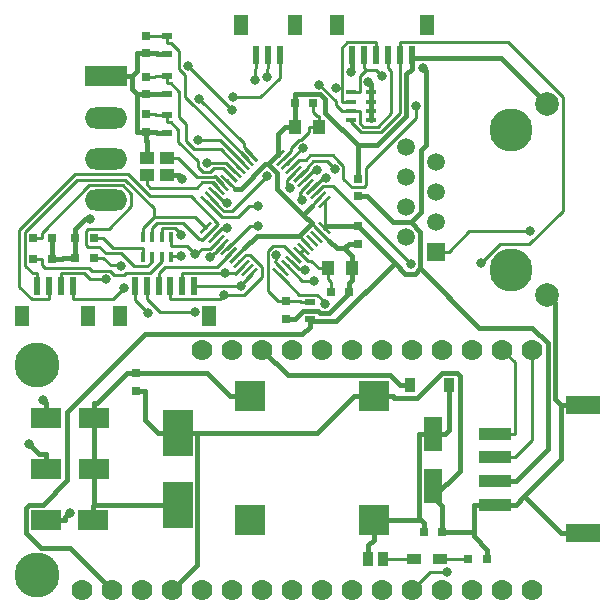
<source format=gbr>
G04 #@! TF.GenerationSoftware,KiCad,Pcbnew,(2017-06-19 revision 6733101c6)-makepkg*
G04 #@! TF.CreationDate,2017-07-31T00:47:17+09:30*
G04 #@! TF.ProjectId,ATM90E3x_fw,41544D39304533785F66772E6B696361,rev?*
G04 #@! TF.SameCoordinates,Original
G04 #@! TF.FileFunction,Copper,L1,Top,Signal*
G04 #@! TF.FilePolarity,Positive*
%FSLAX46Y46*%
G04 Gerber Fmt 4.6, Leading zero omitted, Abs format (unit mm)*
G04 Created by KiCad (PCBNEW (2017-06-19 revision 6733101c6)-makepkg) date 07/31/17 00:47:17*
%MOMM*%
%LPD*%
G01*
G04 APERTURE LIST*
%ADD10C,0.100000*%
%ADD11O,3.600000X1.800000*%
%ADD12R,3.600000X1.800000*%
%ADD13R,1.200000X1.800000*%
%ADD14R,0.600000X1.550000*%
%ADD15R,1.000000X1.250000*%
%ADD16R,2.500000X1.800000*%
%ADD17R,2.999740X1.498600*%
%ADD18R,2.738120X1.008380*%
%ADD19R,1.600000X3.000000*%
%ADD20R,2.500000X4.000000*%
%ADD21R,0.800000X0.750000*%
%ADD22R,0.750000X0.800000*%
%ADD23R,0.970000X1.270000*%
%ADD24C,2.000000*%
%ADD25C,3.650000*%
%ADD26R,1.500000X1.500000*%
%ADD27C,1.500000*%
%ADD28R,0.900000X0.400000*%
%ADD29R,0.900000X1.200000*%
%ADD30R,0.800000X0.800000*%
%ADD31R,1.200000X0.900000*%
%ADD32R,0.400000X0.900000*%
%ADD33C,1.778000*%
%ADD34C,3.810000*%
%ADD35R,1.150000X1.000000*%
%ADD36R,0.900000X0.500000*%
%ADD37R,2.500000X2.500000*%
%ADD38C,0.250000*%
%ADD39C,0.800000*%
%ADD40C,0.250000*%
%ADD41C,0.249800*%
%ADD42C,0.400000*%
G04 APERTURE END LIST*
D10*
D11*
X115316000Y-57236000D03*
X115316000Y-53736000D03*
X115316000Y-50236000D03*
D12*
X115316000Y-46736000D03*
D13*
X108192000Y-67041000D03*
X113792000Y-67041000D03*
D14*
X109492000Y-64516000D03*
X110492000Y-64516000D03*
X111492000Y-64516000D03*
X112492000Y-64516000D03*
X122779000Y-64531000D03*
X121779000Y-64531000D03*
X120779000Y-64531000D03*
X119779000Y-64531000D03*
X118779000Y-64531000D03*
X117779000Y-64531000D03*
D13*
X124079000Y-67056000D03*
X116479000Y-67056000D03*
X142494000Y-42418000D03*
X134894000Y-42418000D03*
D14*
X141194000Y-44943000D03*
X140194000Y-44943000D03*
X139194000Y-44943000D03*
X138194000Y-44943000D03*
X137194000Y-44943000D03*
X136194000Y-44943000D03*
D13*
X131318000Y-42418000D03*
X126718000Y-42418000D03*
D14*
X130018000Y-44943000D03*
X129018000Y-44943000D03*
X128018000Y-44943000D03*
D15*
X134144000Y-62992000D03*
X136144000Y-62992000D03*
X131350000Y-51054000D03*
X133350000Y-51054000D03*
D16*
X114236000Y-84328000D03*
X110236000Y-84328000D03*
X114268000Y-80010000D03*
X110268000Y-80010000D03*
X114268000Y-75692000D03*
X110268000Y-75692000D03*
D17*
X155735020Y-85407500D03*
X155735020Y-74609960D03*
D18*
X148236940Y-83009740D03*
X148236940Y-81008220D03*
X148236940Y-79011780D03*
X148236940Y-77010260D03*
D19*
X143002000Y-77048000D03*
X143002000Y-81448000D03*
D20*
X121412000Y-83060000D03*
X121412000Y-76960000D03*
D21*
X142252000Y-85344000D03*
X143752000Y-85344000D03*
D22*
X117856000Y-71894000D03*
X117856000Y-73394000D03*
D23*
X138816000Y-87630000D03*
X137536000Y-87630000D03*
D24*
X152656000Y-65279000D03*
X152656000Y-49089000D03*
D25*
X149606000Y-51249000D03*
X149606000Y-63119000D03*
D26*
X143256000Y-61629000D03*
D27*
X140716000Y-60359000D03*
X143256000Y-59089000D03*
X140716000Y-57819000D03*
X143256000Y-56549000D03*
X140716000Y-55279000D03*
X143256000Y-54009000D03*
X140716000Y-52739000D03*
D28*
X137756000Y-49676000D03*
X137756000Y-48876000D03*
X137756000Y-50476000D03*
X137756000Y-48076000D03*
X136056000Y-50476000D03*
X136056000Y-49676000D03*
X136056000Y-48876000D03*
X136056000Y-48076000D03*
D29*
X141098000Y-72898000D03*
X144398000Y-72898000D03*
D30*
X146012000Y-87630000D03*
X147612000Y-87630000D03*
D31*
X141394000Y-87630000D03*
X143594000Y-87630000D03*
D32*
X120034000Y-60364000D03*
X119234000Y-60364000D03*
X120834000Y-60364000D03*
X118434000Y-60364000D03*
X120834000Y-62064000D03*
X120034000Y-62064000D03*
X119234000Y-62064000D03*
X118434000Y-62064000D03*
D33*
X113335000Y-90220800D03*
X115875000Y-90220800D03*
X118415000Y-90220800D03*
X120955000Y-90220800D03*
X123495000Y-90220800D03*
X126035000Y-90220800D03*
X128575000Y-90220800D03*
X131115000Y-90220800D03*
X133655000Y-90220800D03*
X136195000Y-90220800D03*
X138735000Y-90220800D03*
X141275000Y-90220800D03*
X143815000Y-90220800D03*
X146355000Y-90220800D03*
X148895000Y-90220800D03*
X151435000Y-90220800D03*
X151435000Y-69900800D03*
X148895000Y-69900800D03*
X146355000Y-69900800D03*
X143815000Y-69900800D03*
X141275000Y-69900800D03*
X138735000Y-69900800D03*
X136195000Y-69900800D03*
X133655000Y-69900800D03*
X131115000Y-69900800D03*
X128575000Y-69900800D03*
X126035000Y-69900800D03*
X123495000Y-69900800D03*
D34*
X109525000Y-71170800D03*
X109525000Y-88950800D03*
D21*
X131342000Y-49022000D03*
X132842000Y-49022000D03*
D22*
X118745000Y-44807000D03*
X118745000Y-43307000D03*
X136652000Y-60936000D03*
X136652000Y-59436000D03*
D21*
X134378000Y-65024000D03*
X135878000Y-65024000D03*
D22*
X130556000Y-65786000D03*
X130556000Y-67286000D03*
X118745000Y-51435000D03*
X118745000Y-49935000D03*
X136652000Y-56896000D03*
X136652000Y-55396000D03*
X118745000Y-48260000D03*
X118745000Y-46760000D03*
D35*
X120509000Y-53656000D03*
X118759000Y-53656000D03*
X118759000Y-55056000D03*
X120509000Y-55056000D03*
D36*
X120523000Y-43331000D03*
X120523000Y-44831000D03*
X120523000Y-46736000D03*
X120523000Y-48236000D03*
X132588000Y-67310000D03*
X132588000Y-65810000D03*
X120523000Y-50038000D03*
X120523000Y-51538000D03*
D37*
X127492000Y-84344000D03*
X137992000Y-84344000D03*
X137992000Y-73844000D03*
X127492000Y-73844000D03*
D30*
X114338000Y-60452000D03*
X112738000Y-60452000D03*
X109182000Y-60452000D03*
X110782000Y-60452000D03*
X109182000Y-62230000D03*
X110782000Y-62230000D03*
X114338000Y-62103000D03*
X112738000Y-62103000D03*
D38*
X133831458Y-57311429D03*
D10*
G36*
X134202689Y-56763421D02*
X134379466Y-56940198D01*
X133460227Y-57859437D01*
X133283450Y-57682660D01*
X134202689Y-56763421D01*
X134202689Y-56763421D01*
G37*
D38*
X133477905Y-56957876D03*
D10*
G36*
X133849136Y-56409868D02*
X134025913Y-56586645D01*
X133106674Y-57505884D01*
X132929897Y-57329107D01*
X133849136Y-56409868D01*
X133849136Y-56409868D01*
G37*
D38*
X133124351Y-56604322D03*
D10*
G36*
X133495582Y-56056314D02*
X133672359Y-56233091D01*
X132753120Y-57152330D01*
X132576343Y-56975553D01*
X133495582Y-56056314D01*
X133495582Y-56056314D01*
G37*
D38*
X132770798Y-56250769D03*
D10*
G36*
X133142029Y-55702761D02*
X133318806Y-55879538D01*
X132399567Y-56798777D01*
X132222790Y-56622000D01*
X133142029Y-55702761D01*
X133142029Y-55702761D01*
G37*
D38*
X132417245Y-55897216D03*
D10*
G36*
X132788476Y-55349208D02*
X132965253Y-55525985D01*
X132046014Y-56445224D01*
X131869237Y-56268447D01*
X132788476Y-55349208D01*
X132788476Y-55349208D01*
G37*
D38*
X132063691Y-55543662D03*
D10*
G36*
X132434922Y-54995654D02*
X132611699Y-55172431D01*
X131692460Y-56091670D01*
X131515683Y-55914893D01*
X132434922Y-54995654D01*
X132434922Y-54995654D01*
G37*
D38*
X131710138Y-55190109D03*
D10*
G36*
X132081369Y-54642101D02*
X132258146Y-54818878D01*
X131338907Y-55738117D01*
X131162130Y-55561340D01*
X132081369Y-54642101D01*
X132081369Y-54642101D01*
G37*
D38*
X131356584Y-54836555D03*
D10*
G36*
X131727815Y-54288547D02*
X131904592Y-54465324D01*
X130985353Y-55384563D01*
X130808576Y-55207786D01*
X131727815Y-54288547D01*
X131727815Y-54288547D01*
G37*
D38*
X131003031Y-54483002D03*
D10*
G36*
X131374262Y-53934994D02*
X131551039Y-54111771D01*
X130631800Y-55031010D01*
X130455023Y-54854233D01*
X131374262Y-53934994D01*
X131374262Y-53934994D01*
G37*
D38*
X130649478Y-54129449D03*
D10*
G36*
X131020709Y-53581441D02*
X131197486Y-53758218D01*
X130278247Y-54677457D01*
X130101470Y-54500680D01*
X131020709Y-53581441D01*
X131020709Y-53581441D01*
G37*
D38*
X130295924Y-53775895D03*
D10*
G36*
X130667155Y-53227887D02*
X130843932Y-53404664D01*
X129924693Y-54323903D01*
X129747916Y-54147126D01*
X130667155Y-53227887D01*
X130667155Y-53227887D01*
G37*
D38*
X129942371Y-53422342D03*
D10*
G36*
X130313602Y-52874334D02*
X130490379Y-53051111D01*
X129571140Y-53970350D01*
X129394363Y-53793573D01*
X130313602Y-52874334D01*
X130313602Y-52874334D01*
G37*
D38*
X127679629Y-53422342D03*
D10*
G36*
X127131621Y-53051111D02*
X127308398Y-52874334D01*
X128227637Y-53793573D01*
X128050860Y-53970350D01*
X127131621Y-53051111D01*
X127131621Y-53051111D01*
G37*
D38*
X127326076Y-53775895D03*
D10*
G36*
X126778068Y-53404664D02*
X126954845Y-53227887D01*
X127874084Y-54147126D01*
X127697307Y-54323903D01*
X126778068Y-53404664D01*
X126778068Y-53404664D01*
G37*
D38*
X126972522Y-54129449D03*
D10*
G36*
X126424514Y-53758218D02*
X126601291Y-53581441D01*
X127520530Y-54500680D01*
X127343753Y-54677457D01*
X126424514Y-53758218D01*
X126424514Y-53758218D01*
G37*
D38*
X126618969Y-54483002D03*
D10*
G36*
X126070961Y-54111771D02*
X126247738Y-53934994D01*
X127166977Y-54854233D01*
X126990200Y-55031010D01*
X126070961Y-54111771D01*
X126070961Y-54111771D01*
G37*
D38*
X126265416Y-54836555D03*
D10*
G36*
X125717408Y-54465324D02*
X125894185Y-54288547D01*
X126813424Y-55207786D01*
X126636647Y-55384563D01*
X125717408Y-54465324D01*
X125717408Y-54465324D01*
G37*
D38*
X125911862Y-55190109D03*
D10*
G36*
X125363854Y-54818878D02*
X125540631Y-54642101D01*
X126459870Y-55561340D01*
X126283093Y-55738117D01*
X125363854Y-54818878D01*
X125363854Y-54818878D01*
G37*
D38*
X125558309Y-55543662D03*
D10*
G36*
X125010301Y-55172431D02*
X125187078Y-54995654D01*
X126106317Y-55914893D01*
X125929540Y-56091670D01*
X125010301Y-55172431D01*
X125010301Y-55172431D01*
G37*
D38*
X125204755Y-55897216D03*
D10*
G36*
X124656747Y-55525985D02*
X124833524Y-55349208D01*
X125752763Y-56268447D01*
X125575986Y-56445224D01*
X124656747Y-55525985D01*
X124656747Y-55525985D01*
G37*
D38*
X124851202Y-56250769D03*
D10*
G36*
X124303194Y-55879538D02*
X124479971Y-55702761D01*
X125399210Y-56622000D01*
X125222433Y-56798777D01*
X124303194Y-55879538D01*
X124303194Y-55879538D01*
G37*
D38*
X124497649Y-56604322D03*
D10*
G36*
X123949641Y-56233091D02*
X124126418Y-56056314D01*
X125045657Y-56975553D01*
X124868880Y-57152330D01*
X123949641Y-56233091D01*
X123949641Y-56233091D01*
G37*
D38*
X124144095Y-56957876D03*
D10*
G36*
X123596087Y-56586645D02*
X123772864Y-56409868D01*
X124692103Y-57329107D01*
X124515326Y-57505884D01*
X123596087Y-56586645D01*
X123596087Y-56586645D01*
G37*
D38*
X123790542Y-57311429D03*
D10*
G36*
X123242534Y-56940198D02*
X123419311Y-56763421D01*
X124338550Y-57682660D01*
X124161773Y-57859437D01*
X123242534Y-56940198D01*
X123242534Y-56940198D01*
G37*
D38*
X123790542Y-59574171D03*
D10*
G36*
X124161773Y-59026163D02*
X124338550Y-59202940D01*
X123419311Y-60122179D01*
X123242534Y-59945402D01*
X124161773Y-59026163D01*
X124161773Y-59026163D01*
G37*
D38*
X124144095Y-59927724D03*
D10*
G36*
X124515326Y-59379716D02*
X124692103Y-59556493D01*
X123772864Y-60475732D01*
X123596087Y-60298955D01*
X124515326Y-59379716D01*
X124515326Y-59379716D01*
G37*
D38*
X124497649Y-60281278D03*
D10*
G36*
X124868880Y-59733270D02*
X125045657Y-59910047D01*
X124126418Y-60829286D01*
X123949641Y-60652509D01*
X124868880Y-59733270D01*
X124868880Y-59733270D01*
G37*
D38*
X124851202Y-60634831D03*
D10*
G36*
X125222433Y-60086823D02*
X125399210Y-60263600D01*
X124479971Y-61182839D01*
X124303194Y-61006062D01*
X125222433Y-60086823D01*
X125222433Y-60086823D01*
G37*
D38*
X125204755Y-60988384D03*
D10*
G36*
X125575986Y-60440376D02*
X125752763Y-60617153D01*
X124833524Y-61536392D01*
X124656747Y-61359615D01*
X125575986Y-60440376D01*
X125575986Y-60440376D01*
G37*
D38*
X125558309Y-61341938D03*
D10*
G36*
X125929540Y-60793930D02*
X126106317Y-60970707D01*
X125187078Y-61889946D01*
X125010301Y-61713169D01*
X125929540Y-60793930D01*
X125929540Y-60793930D01*
G37*
D38*
X125911862Y-61695491D03*
D10*
G36*
X126283093Y-61147483D02*
X126459870Y-61324260D01*
X125540631Y-62243499D01*
X125363854Y-62066722D01*
X126283093Y-61147483D01*
X126283093Y-61147483D01*
G37*
D38*
X126265416Y-62049045D03*
D10*
G36*
X126636647Y-61501037D02*
X126813424Y-61677814D01*
X125894185Y-62597053D01*
X125717408Y-62420276D01*
X126636647Y-61501037D01*
X126636647Y-61501037D01*
G37*
D38*
X126618969Y-62402598D03*
D10*
G36*
X126990200Y-61854590D02*
X127166977Y-62031367D01*
X126247738Y-62950606D01*
X126070961Y-62773829D01*
X126990200Y-61854590D01*
X126990200Y-61854590D01*
G37*
D38*
X126972522Y-62756151D03*
D10*
G36*
X127343753Y-62208143D02*
X127520530Y-62384920D01*
X126601291Y-63304159D01*
X126424514Y-63127382D01*
X127343753Y-62208143D01*
X127343753Y-62208143D01*
G37*
D38*
X127326076Y-63109705D03*
D10*
G36*
X127697307Y-62561697D02*
X127874084Y-62738474D01*
X126954845Y-63657713D01*
X126778068Y-63480936D01*
X127697307Y-62561697D01*
X127697307Y-62561697D01*
G37*
D38*
X127679629Y-63463258D03*
D10*
G36*
X128050860Y-62915250D02*
X128227637Y-63092027D01*
X127308398Y-64011266D01*
X127131621Y-63834489D01*
X128050860Y-62915250D01*
X128050860Y-62915250D01*
G37*
D38*
X129942371Y-63463258D03*
D10*
G36*
X129394363Y-63092027D02*
X129571140Y-62915250D01*
X130490379Y-63834489D01*
X130313602Y-64011266D01*
X129394363Y-63092027D01*
X129394363Y-63092027D01*
G37*
D38*
X130295924Y-63109705D03*
D10*
G36*
X129747916Y-62738474D02*
X129924693Y-62561697D01*
X130843932Y-63480936D01*
X130667155Y-63657713D01*
X129747916Y-62738474D01*
X129747916Y-62738474D01*
G37*
D38*
X130649478Y-62756151D03*
D10*
G36*
X130101470Y-62384920D02*
X130278247Y-62208143D01*
X131197486Y-63127382D01*
X131020709Y-63304159D01*
X130101470Y-62384920D01*
X130101470Y-62384920D01*
G37*
D38*
X131003031Y-62402598D03*
D10*
G36*
X130455023Y-62031367D02*
X130631800Y-61854590D01*
X131551039Y-62773829D01*
X131374262Y-62950606D01*
X130455023Y-62031367D01*
X130455023Y-62031367D01*
G37*
D38*
X131356584Y-62049045D03*
D10*
G36*
X130808576Y-61677814D02*
X130985353Y-61501037D01*
X131904592Y-62420276D01*
X131727815Y-62597053D01*
X130808576Y-61677814D01*
X130808576Y-61677814D01*
G37*
D38*
X131710138Y-61695491D03*
D10*
G36*
X131162130Y-61324260D02*
X131338907Y-61147483D01*
X132258146Y-62066722D01*
X132081369Y-62243499D01*
X131162130Y-61324260D01*
X131162130Y-61324260D01*
G37*
D38*
X132063691Y-61341938D03*
D10*
G36*
X131515683Y-60970707D02*
X131692460Y-60793930D01*
X132611699Y-61713169D01*
X132434922Y-61889946D01*
X131515683Y-60970707D01*
X131515683Y-60970707D01*
G37*
D38*
X132417245Y-60988384D03*
D10*
G36*
X131869237Y-60617153D02*
X132046014Y-60440376D01*
X132965253Y-61359615D01*
X132788476Y-61536392D01*
X131869237Y-60617153D01*
X131869237Y-60617153D01*
G37*
D38*
X132770798Y-60634831D03*
D10*
G36*
X132222790Y-60263600D02*
X132399567Y-60086823D01*
X133318806Y-61006062D01*
X133142029Y-61182839D01*
X132222790Y-60263600D01*
X132222790Y-60263600D01*
G37*
D38*
X133124351Y-60281278D03*
D10*
G36*
X132576343Y-59910047D02*
X132753120Y-59733270D01*
X133672359Y-60652509D01*
X133495582Y-60829286D01*
X132576343Y-59910047D01*
X132576343Y-59910047D01*
G37*
D38*
X133477905Y-59927724D03*
D10*
G36*
X132929897Y-59556493D02*
X133106674Y-59379716D01*
X134025913Y-60298955D01*
X133849136Y-60475732D01*
X132929897Y-59556493D01*
X132929897Y-59556493D01*
G37*
D38*
X133831458Y-59574171D03*
D10*
G36*
X133283450Y-59202940D02*
X133460227Y-59026163D01*
X134379466Y-59945402D01*
X134202689Y-60122179D01*
X133283450Y-59202940D01*
X133283450Y-59202940D01*
G37*
D39*
X116581900Y-62778600D03*
X121641300Y-61915000D03*
X108771600Y-77851000D03*
X110022500Y-74179400D03*
X112236000Y-83681500D03*
X132201500Y-63147900D03*
X144188700Y-88708600D03*
X138707500Y-46734300D03*
X132959600Y-64063300D03*
X134807400Y-47751100D03*
X129738200Y-61884100D03*
X133394300Y-47445400D03*
X133838600Y-66011100D03*
X147075300Y-62562300D03*
X122854400Y-61809800D03*
X116856700Y-64654800D03*
X121635200Y-60211500D03*
X125562600Y-59577100D03*
X115347200Y-63929500D03*
X151241900Y-59866700D03*
X141124600Y-62639500D03*
X121761300Y-55454800D03*
X113958500Y-58832300D03*
X133967400Y-55335300D03*
X130921800Y-56177100D03*
X131924700Y-57178600D03*
X133148100Y-54683700D03*
X141592300Y-49234600D03*
X131969500Y-52844100D03*
X134704800Y-54617200D03*
X126724300Y-64531000D03*
X125396600Y-63430700D03*
X125981600Y-49561600D03*
X122267100Y-45847100D03*
X125316600Y-65298400D03*
X122853500Y-66716700D03*
X128163300Y-59422700D03*
X124113800Y-62067200D03*
X118892700Y-66774300D03*
X128185900Y-57750200D03*
X127937700Y-47087700D03*
X128975700Y-46790700D03*
X128975700Y-55218900D03*
X125589400Y-57430900D03*
X126054600Y-48462900D03*
X123838100Y-54050000D03*
X123100600Y-52169200D03*
X123224400Y-48635000D03*
X136051800Y-46366000D03*
X137548100Y-47223800D03*
X142123700Y-46001900D03*
D40*
X124851200Y-56250800D02*
X124728100Y-56127700D01*
D41*
X124728100Y-56057600D02*
X124728100Y-56127700D01*
X124727600Y-56057100D02*
X124728100Y-56057600D01*
D40*
X119074200Y-56196500D02*
X118759000Y-55881300D01*
X123011100Y-56196500D02*
X119074200Y-56196500D01*
X123476700Y-55730900D02*
X123011100Y-56196500D01*
X124401400Y-55730900D02*
X123476700Y-55730900D01*
X124727600Y-56057100D02*
X124401400Y-55730900D01*
X118759000Y-55056000D02*
X118759000Y-55881300D01*
X120509000Y-53656000D02*
X121409300Y-53656000D01*
X124469300Y-55253400D02*
X124515200Y-55207500D01*
X123006700Y-55253400D02*
X124469300Y-55253400D01*
X121409300Y-53656000D02*
X123006700Y-55253400D01*
X125204800Y-55897200D02*
X124515200Y-55207500D01*
X114338000Y-62103000D02*
X115063300Y-62103000D01*
X120983000Y-61915000D02*
X121641300Y-61915000D01*
X120834000Y-62064000D02*
X120983000Y-61915000D01*
X115714200Y-62753900D02*
X115063300Y-62103000D01*
X116557200Y-62753900D02*
X115714200Y-62753900D01*
X116581900Y-62778600D02*
X116557200Y-62753900D01*
X109182000Y-62230000D02*
X109907300Y-62230000D01*
X109907300Y-62683300D02*
X109907300Y-62230000D01*
X110188200Y-62964200D02*
X109907300Y-62683300D01*
X113899200Y-62964200D02*
X110188200Y-62964200D01*
X114139200Y-63204200D02*
X113899200Y-62964200D01*
X115647700Y-63204200D02*
X114139200Y-63204200D01*
X115965900Y-63522400D02*
X115647700Y-63204200D01*
X116885800Y-63522400D02*
X115965900Y-63522400D01*
X117013500Y-63394700D02*
X116885800Y-63522400D01*
X119028200Y-63394700D02*
X117013500Y-63394700D01*
X120034000Y-62388900D02*
X119028200Y-63394700D01*
X120034000Y-62064000D02*
X120034000Y-62388900D01*
X109182000Y-60452000D02*
X109907300Y-60452000D01*
X109907300Y-59998700D02*
X109907300Y-60452000D01*
X113927400Y-55978600D02*
X109907300Y-59998700D01*
X116760800Y-55978600D02*
X113927400Y-55978600D01*
X117478200Y-56696000D02*
X116760800Y-55978600D01*
X117478200Y-57745100D02*
X117478200Y-56696000D01*
X115569600Y-59653700D02*
X117478200Y-57745100D01*
X113838700Y-59653700D02*
X115569600Y-59653700D01*
X113612600Y-59879800D02*
X113838700Y-59653700D01*
X113612600Y-60989900D02*
X113612600Y-59879800D01*
X113800100Y-61177400D02*
X113612600Y-60989900D01*
X114774600Y-61177400D02*
X113800100Y-61177400D01*
X115336300Y-61739100D02*
X114774600Y-61177400D01*
X116568200Y-61739100D02*
X115336300Y-61739100D01*
X117668500Y-62839400D02*
X116568200Y-61739100D01*
X118824600Y-62839400D02*
X117668500Y-62839400D01*
X119234000Y-62430000D02*
X118824600Y-62839400D01*
X119234000Y-62064000D02*
X119234000Y-62430000D01*
X118434000Y-62064000D02*
X118434000Y-61288700D01*
X114338000Y-60452000D02*
X115063300Y-60452000D01*
X115900000Y-61288700D02*
X118434000Y-61288700D01*
X115063300Y-60452000D02*
X115900000Y-61288700D01*
D42*
X109630300Y-78709700D02*
X110268000Y-78709700D01*
X108771600Y-77851000D02*
X109630300Y-78709700D01*
X110268000Y-80010000D02*
X110268000Y-78709700D01*
X110234800Y-74391700D02*
X110022500Y-74179400D01*
X110268000Y-74391700D02*
X110234800Y-74391700D01*
X110268000Y-75692000D02*
X110268000Y-74391700D01*
X111886300Y-84031200D02*
X111886300Y-84328000D01*
X112236000Y-83681500D02*
X111886300Y-84031200D01*
X110236000Y-84328000D02*
X111886300Y-84328000D01*
D40*
X134378000Y-64176300D02*
X134144000Y-63942300D01*
X134378000Y-65024000D02*
X134378000Y-64176300D01*
X134144000Y-62992000D02*
X134144000Y-63942300D01*
X132711900Y-62385200D02*
X133318700Y-62992000D01*
X132399900Y-62385200D02*
X132711900Y-62385200D01*
X131710100Y-61695500D02*
X132399900Y-62385200D01*
X134144000Y-62992000D02*
X133318700Y-62992000D01*
X132063700Y-61341900D02*
X131710100Y-61695500D01*
X132588000Y-65810000D02*
X131812700Y-65810000D01*
X131788700Y-65786000D02*
X131812700Y-65810000D01*
X130556000Y-65786000D02*
X131788700Y-65786000D01*
X130431700Y-61124100D02*
X131356600Y-62049000D01*
X129439000Y-61124100D02*
X130431700Y-61124100D01*
X129012800Y-61550300D02*
X129439000Y-61124100D01*
X129012800Y-64943100D02*
X129012800Y-61550300D01*
X129855700Y-65786000D02*
X129012800Y-64943100D01*
X130556000Y-65786000D02*
X129855700Y-65786000D01*
X118745000Y-49935000D02*
X119445300Y-49935000D01*
X119548300Y-50038000D02*
X120523000Y-50038000D01*
X119445300Y-49935000D02*
X119548300Y-50038000D01*
X125911900Y-55190100D02*
X125222200Y-54500300D01*
X120523000Y-50038000D02*
X120523000Y-50613300D01*
X125222100Y-54500400D02*
X125222200Y-54500300D01*
X124441300Y-54500400D02*
X125222100Y-54500400D01*
X124138600Y-54803100D02*
X124441300Y-54500400D01*
X123537700Y-54803100D02*
X124138600Y-54803100D01*
X123112800Y-54378200D02*
X123537700Y-54803100D01*
X123112800Y-54121900D02*
X123112800Y-54378200D01*
X123103000Y-54112100D02*
X123112800Y-54121900D01*
X123103000Y-53946700D02*
X123103000Y-54112100D01*
X121452400Y-52296100D02*
X123103000Y-53946700D01*
X121452400Y-51255100D02*
X121452400Y-52296100D01*
X120810600Y-50613300D02*
X121452400Y-51255100D01*
X120523000Y-50613300D02*
X120810600Y-50613300D01*
X118745000Y-46760000D02*
X119445300Y-46760000D01*
X119469300Y-46736000D02*
X120523000Y-46736000D01*
X119445300Y-46760000D02*
X119469300Y-46736000D01*
X125030500Y-52894500D02*
X126619000Y-54483000D01*
X122767200Y-52894500D02*
X125030500Y-52894500D01*
X122131200Y-52258500D02*
X122767200Y-52894500D01*
X122131200Y-50811100D02*
X122131200Y-52258500D01*
X121541800Y-50221700D02*
X122131200Y-50811100D01*
X121541800Y-48042500D02*
X121541800Y-50221700D01*
X120810600Y-47311300D02*
X121541800Y-48042500D01*
X120523000Y-47311300D02*
X120810600Y-47311300D01*
X120523000Y-46736000D02*
X120523000Y-47311300D01*
X119469300Y-43331000D02*
X119445300Y-43307000D01*
X120523000Y-43331000D02*
X119469300Y-43331000D01*
X118745000Y-43307000D02*
X119445300Y-43307000D01*
X120810600Y-43906300D02*
X120523000Y-43906300D01*
X121512700Y-44608400D02*
X120810600Y-43906300D01*
X121512700Y-46131600D02*
X121512700Y-44608400D01*
X122042000Y-46660900D02*
X121512700Y-46131600D01*
X122042000Y-48491800D02*
X122042000Y-46660900D01*
X127326100Y-53775900D02*
X122042000Y-48491800D01*
X120523000Y-43331000D02*
X120523000Y-43906300D01*
X133223400Y-50103700D02*
X132842000Y-49722300D01*
X133350000Y-50103700D02*
X133223400Y-50103700D01*
X132842000Y-49022000D02*
X132842000Y-49722300D01*
X133350000Y-51054000D02*
X133350000Y-50103700D01*
X133350000Y-51054000D02*
X132524700Y-51054000D01*
X130295900Y-53775900D02*
X130985700Y-53086100D01*
X130985600Y-53086100D02*
X130985700Y-53086100D01*
X130985600Y-52802300D02*
X130985600Y-53086100D01*
X131669100Y-52118800D02*
X130985600Y-52802300D01*
X131872500Y-52118800D02*
X131669100Y-52118800D01*
X132524700Y-51466600D02*
X131872500Y-52118800D01*
X132524700Y-51054000D02*
X132524700Y-51466600D01*
X137194000Y-44943000D02*
X137194000Y-46043300D01*
X136056000Y-48076000D02*
X136831300Y-48076000D01*
X131003000Y-62402600D02*
X131692800Y-63092300D01*
X132145900Y-63092300D02*
X132201500Y-63147900D01*
X131692800Y-63092300D02*
X132145900Y-63092300D01*
X142787200Y-88708600D02*
X144188700Y-88708600D01*
X141275000Y-90220800D02*
X142787200Y-88708600D01*
X138198000Y-46224800D02*
X137343300Y-46224800D01*
X138707500Y-46734300D02*
X138198000Y-46224800D01*
X136822800Y-46745300D02*
X137343300Y-46224800D01*
X136822800Y-47524200D02*
X136822800Y-46745300D01*
X136831300Y-47532700D02*
X136822800Y-47524200D01*
X136831300Y-48076000D02*
X136831300Y-47532700D01*
X137194000Y-46075500D02*
X137194000Y-46043300D01*
X137343300Y-46224800D02*
X137194000Y-46075500D01*
X131956600Y-64063300D02*
X132959600Y-64063300D01*
X130649500Y-62756200D02*
X131956600Y-64063300D01*
X138194000Y-44943000D02*
X138194000Y-43842700D01*
X136056000Y-48876000D02*
X135280700Y-48876000D01*
X134807400Y-47751100D02*
X135280700Y-47751100D01*
X135280700Y-44306700D02*
X135280700Y-47751100D01*
X135744700Y-43842700D02*
X135280700Y-44306700D01*
X138194000Y-43842700D02*
X135744700Y-43842700D01*
X135280700Y-47751100D02*
X135280700Y-48876000D01*
X136056000Y-49676000D02*
X136831300Y-49676000D01*
X139194000Y-44943000D02*
X139194000Y-46043300D01*
X139468800Y-46318100D02*
X139194000Y-46043300D01*
X139468800Y-49883600D02*
X139468800Y-46318100D01*
X138351000Y-51001400D02*
X139468800Y-49883600D01*
X137111300Y-51001400D02*
X138351000Y-51001400D01*
X136831300Y-50721400D02*
X137111300Y-51001400D01*
X136831300Y-49676000D02*
X136831300Y-50721400D01*
X129738200Y-62288200D02*
X129738200Y-61884100D01*
X129606300Y-62420100D02*
X129738200Y-62288200D01*
X130295900Y-63109700D02*
X129606300Y-62420100D01*
X136056000Y-49676000D02*
X135280700Y-49676000D01*
X134768900Y-48820000D02*
X133394300Y-47445400D01*
X134768900Y-49164200D02*
X134768900Y-48820000D01*
X135280700Y-49676000D02*
X134768900Y-49164200D01*
X129942400Y-63463300D02*
X130632000Y-64152900D01*
X136056000Y-50583000D02*
X136056000Y-50476000D01*
X136934500Y-51461500D02*
X136056000Y-50583000D01*
X138610400Y-51461500D02*
X136934500Y-51461500D01*
X140194000Y-49877900D02*
X138610400Y-51461500D01*
X140194000Y-44943000D02*
X140194000Y-49877900D01*
X133838600Y-65838000D02*
X133838600Y-66011100D01*
X133227100Y-65226500D02*
X133838600Y-65838000D01*
X131705600Y-65226500D02*
X133227100Y-65226500D01*
X130632000Y-64152900D02*
X131705600Y-65226500D01*
X140194000Y-44943000D02*
X140194000Y-43842700D01*
X149330600Y-43842700D02*
X140194000Y-43842700D01*
X153995300Y-48507400D02*
X149330600Y-43842700D01*
X153995300Y-58142600D02*
X153995300Y-48507400D01*
X151169200Y-60968700D02*
X153995300Y-58142600D01*
X148668900Y-60968700D02*
X151169200Y-60968700D01*
X147075300Y-62562300D02*
X148668900Y-60968700D01*
X118434000Y-60364000D02*
X118434000Y-59588700D01*
X109492000Y-64516000D02*
X109492000Y-63415700D01*
X109107600Y-63415700D02*
X109492000Y-63415700D01*
X108456700Y-62764800D02*
X109107600Y-63415700D01*
X108456700Y-59901100D02*
X108456700Y-62764800D01*
X112860400Y-55497400D02*
X108456700Y-59901100D01*
X116972000Y-55497400D02*
X112860400Y-55497400D01*
X119367200Y-57892600D02*
X116972000Y-55497400D01*
X119367200Y-58655500D02*
X119367200Y-57892600D01*
X122871800Y-58655500D02*
X119367200Y-58655500D01*
X123790500Y-59574200D02*
X122871800Y-58655500D01*
X119367200Y-58655500D02*
X118434000Y-59588700D01*
X120834000Y-60364000D02*
X120834000Y-61139300D01*
X124851200Y-60634800D02*
X124161500Y-61324500D01*
X122944300Y-61809800D02*
X122854400Y-61809800D01*
X123429600Y-61324500D02*
X122944300Y-61809800D01*
X124161400Y-61324500D02*
X123429600Y-61324500D01*
X124161500Y-61324500D02*
X124161400Y-61324500D01*
X122183900Y-61139300D02*
X122854400Y-61809800D01*
X120834000Y-61139300D02*
X122183900Y-61139300D01*
X115895200Y-65616300D02*
X116856700Y-64654800D01*
X112492000Y-65616300D02*
X115895200Y-65616300D01*
X112492000Y-64516000D02*
X112492000Y-65616300D01*
X124144100Y-59927700D02*
X124833700Y-59238100D01*
X110492000Y-64516000D02*
X110492000Y-65616300D01*
X123336200Y-60499300D02*
X123454400Y-60617400D01*
X123191500Y-60499300D02*
X123336200Y-60499300D01*
X121830600Y-59138400D02*
X123191500Y-60499300D01*
X119684300Y-59138400D02*
X121830600Y-59138400D01*
X119234000Y-59588700D02*
X119684300Y-59138400D01*
X119234000Y-60364000D02*
X119234000Y-59588700D01*
X124144100Y-59927700D02*
X123454400Y-60617400D01*
X109042700Y-65616300D02*
X110492000Y-65616300D01*
X107995900Y-64569500D02*
X109042700Y-65616300D01*
X107995900Y-59725000D02*
X107995900Y-64569500D01*
X112673800Y-55047100D02*
X107995900Y-59725000D01*
X117214000Y-55047100D02*
X112673800Y-55047100D01*
X119057700Y-56890800D02*
X117214000Y-55047100D01*
X122491900Y-56890800D02*
X119057700Y-56890800D01*
X124833700Y-59232600D02*
X122491900Y-56890800D01*
X124833700Y-59238100D02*
X124833700Y-59232600D01*
X120034000Y-60364000D02*
X120034000Y-59588700D01*
X121635200Y-60055100D02*
X121635200Y-60211500D01*
X121168800Y-59588700D02*
X121635200Y-60055100D01*
X120034000Y-59588700D02*
X121168800Y-59588700D01*
X124497600Y-60281300D02*
X125187400Y-59591500D01*
X125201800Y-59577100D02*
X125562600Y-59577100D01*
X125187400Y-59591500D02*
X125201800Y-59577100D01*
X113488800Y-63415700D02*
X111492000Y-63415700D01*
X114002600Y-63929500D02*
X113488800Y-63415700D01*
X115347200Y-63929500D02*
X114002600Y-63929500D01*
X111492000Y-64516000D02*
X111492000Y-63415700D01*
X146093600Y-59866700D02*
X151241900Y-59866700D01*
X144331300Y-61629000D02*
X146093600Y-59866700D01*
X143256000Y-61629000D02*
X144331300Y-61629000D01*
X134547500Y-56062400D02*
X141124600Y-62639500D01*
X133666300Y-56062400D02*
X134547500Y-56062400D01*
X133124400Y-56604300D02*
X133666300Y-56062400D01*
D42*
X119648700Y-48260000D02*
X119672700Y-48236000D01*
X118745000Y-48260000D02*
X119648700Y-48260000D01*
X120523000Y-48236000D02*
X119672700Y-48236000D01*
X118631300Y-75829600D02*
X119761700Y-76960000D01*
X118631300Y-73394000D02*
X118631300Y-75829600D01*
X117856000Y-73394000D02*
X118631300Y-73394000D01*
X121412000Y-76960000D02*
X119761700Y-76960000D01*
X120523000Y-44831000D02*
X119672700Y-44831000D01*
X121412000Y-76960000D02*
X123062300Y-76960000D01*
X115316000Y-46736000D02*
X117516300Y-46736000D01*
X119648700Y-44807000D02*
X119672700Y-44831000D01*
X118745000Y-44807000D02*
X119648700Y-44807000D01*
X117969700Y-46282600D02*
X117516300Y-46736000D01*
X117969700Y-44807000D02*
X117969700Y-46282600D01*
X135912600Y-64248700D02*
X136144000Y-64017300D01*
X135878000Y-64248700D02*
X135912600Y-64248700D01*
X136652000Y-60936000D02*
X135876700Y-60936000D01*
X136144000Y-63504600D02*
X136144000Y-64017300D01*
X136144000Y-63504600D02*
X136144000Y-62992000D01*
X136144000Y-62992000D02*
X136144000Y-61966700D01*
X136144000Y-61966700D02*
X135495000Y-61317700D01*
X135495000Y-61317700D02*
X135876700Y-60936000D01*
X131350000Y-49805300D02*
X131342000Y-49797300D01*
X131350000Y-50028700D02*
X131350000Y-49805300D01*
D41*
X126258400Y-56243800D02*
X125558300Y-55543700D01*
D42*
X110782000Y-62230000D02*
X110782000Y-61429700D01*
X110782000Y-62230000D02*
X111582300Y-62230000D01*
X110782000Y-60452000D02*
X110782000Y-61252300D01*
X110782000Y-61252300D02*
X110782000Y-61429700D01*
X111709300Y-62103000D02*
X111582300Y-62230000D01*
X112738000Y-62103000D02*
X111709300Y-62103000D01*
X112738000Y-62103000D02*
X112738000Y-60452000D01*
D41*
X131727700Y-60298700D02*
X131727700Y-60298800D01*
X131674500Y-60245500D02*
X131727700Y-60298700D01*
X132417200Y-60988400D02*
X131727700Y-60298800D01*
X127008200Y-61306200D02*
X126265400Y-62049000D01*
D42*
X134867900Y-61317700D02*
X134220700Y-60670500D01*
X135495000Y-61317700D02*
X134867900Y-61317700D01*
D41*
X134220700Y-60670500D02*
X133477900Y-59927700D01*
D42*
X135878000Y-64636300D02*
X135878000Y-64248700D01*
X128068900Y-60245500D02*
X131674500Y-60245500D01*
X127008200Y-61306200D02*
X128068900Y-60245500D01*
D41*
X132735100Y-59184900D02*
X133477900Y-59927700D01*
D42*
X137992000Y-73844000D02*
X136341700Y-73844000D01*
X119569700Y-51435000D02*
X119672700Y-51538000D01*
X118745000Y-51435000D02*
X119569700Y-51435000D01*
X135878000Y-64636300D02*
X135878000Y-65024000D01*
X131971800Y-66645500D02*
X131331300Y-67286000D01*
X133294800Y-66645500D02*
X131971800Y-66645500D01*
X133472000Y-66822700D02*
X133294800Y-66645500D01*
X134164900Y-66822700D02*
X133472000Y-66822700D01*
X135878000Y-65109600D02*
X134164900Y-66822700D01*
X135878000Y-65024000D02*
X135878000Y-65109600D01*
X130556000Y-67286000D02*
X131331300Y-67286000D01*
X133225700Y-76960000D02*
X123062300Y-76960000D01*
X136341700Y-73844000D02*
X133225700Y-76960000D01*
X123062300Y-88113500D02*
X120955000Y-90220800D01*
X123062300Y-76960000D02*
X123062300Y-88113500D01*
X143002000Y-81448000D02*
X143002000Y-82398100D01*
X137992000Y-73844000D02*
X139642300Y-73844000D01*
X131342000Y-49409600D02*
X131342000Y-49797300D01*
X131342000Y-49409600D02*
X131342000Y-49022000D01*
X131342000Y-49022000D02*
X131342000Y-48246700D01*
X147612000Y-87630000D02*
X147612000Y-86829700D01*
X148236900Y-83009700D02*
X146467500Y-83009700D01*
X143752000Y-85344000D02*
X144552300Y-85344000D01*
X146467500Y-85344000D02*
X144552300Y-85344000D01*
X146467500Y-83009700D02*
X146467500Y-85344000D01*
X139746000Y-73947700D02*
X139642300Y-73844000D01*
X141682100Y-73947700D02*
X139746000Y-73947700D01*
X143732200Y-71897600D02*
X141682100Y-73947700D01*
X145024100Y-71897600D02*
X143732200Y-71897600D01*
X145259300Y-72132800D02*
X145024100Y-71897600D01*
X145259300Y-80140800D02*
X145259300Y-72132800D01*
X143002000Y-82398100D02*
X145259300Y-80140800D01*
X143752000Y-83148100D02*
X143752000Y-85344000D01*
X143002000Y-82398100D02*
X143752000Y-83148100D01*
X120523000Y-51538000D02*
X119672700Y-51538000D01*
X146467500Y-85685200D02*
X147612000Y-86829700D01*
X146467500Y-85344000D02*
X146467500Y-85685200D01*
X155735000Y-74610000D02*
X153834800Y-74610000D01*
X148236900Y-83009700D02*
X150006300Y-83009700D01*
X155735000Y-85407500D02*
X153834800Y-85407500D01*
X153834800Y-85407500D02*
X150721700Y-82294300D01*
X153834800Y-79181200D02*
X150721700Y-82294300D01*
X153834800Y-74610000D02*
X153834800Y-79181200D01*
X150721700Y-82294300D02*
X150006300Y-83009700D01*
X153324700Y-74099900D02*
X153834800Y-74610000D01*
X153324700Y-65947700D02*
X153324700Y-74099900D01*
X152656000Y-65279000D02*
X153324700Y-65947700D01*
X118745000Y-44807000D02*
X117969700Y-44807000D01*
X118745000Y-48260000D02*
X118119800Y-48260000D01*
X118119800Y-48260000D02*
X117969700Y-48260000D01*
X117516300Y-47806600D02*
X117516300Y-46736000D01*
X117969700Y-48260000D02*
X117516300Y-47806600D01*
X131350000Y-51054000D02*
X131350000Y-50028700D01*
X117969700Y-51435000D02*
X117969700Y-48260000D01*
X118745000Y-51435000D02*
X117969700Y-51435000D01*
X118759000Y-52249300D02*
X118745000Y-52235300D01*
X118759000Y-53656000D02*
X118759000Y-52249300D01*
X118745000Y-51435000D02*
X118745000Y-52235300D01*
X121484300Y-55177800D02*
X121484300Y-55056000D01*
X121761300Y-55454800D02*
X121484300Y-55177800D01*
X120509000Y-55056000D02*
X121484300Y-55056000D01*
D41*
X129782300Y-53422300D02*
X129862400Y-53422300D01*
X129862400Y-53422300D02*
X129942400Y-53422300D01*
D42*
X129862400Y-51641300D02*
X130449700Y-51054000D01*
X129862400Y-53422300D02*
X129862400Y-51641300D01*
X131350000Y-51054000D02*
X130449700Y-51054000D01*
X132735100Y-59184900D02*
X131674500Y-60245500D01*
X129046700Y-54157900D02*
X129782300Y-53422300D01*
X128827300Y-54157900D02*
X129046700Y-54157900D01*
X126741400Y-56243800D02*
X128827300Y-54157900D01*
X126258400Y-56243800D02*
X126741400Y-56243800D01*
X131993000Y-58442800D02*
X132735100Y-57700700D01*
X131993000Y-58442800D02*
X132735100Y-59184900D01*
D41*
X132735100Y-57700700D02*
X133477900Y-56957900D01*
D42*
X113557400Y-58832300D02*
X112738000Y-59651700D01*
X113958500Y-58832300D02*
X113557400Y-58832300D01*
X112738000Y-60452000D02*
X112738000Y-59651700D01*
X129799300Y-56249100D02*
X131993000Y-58442800D01*
X129799300Y-54910500D02*
X129799300Y-56249100D01*
X129046700Y-54157900D02*
X129799300Y-54910500D01*
X140755700Y-46556600D02*
X141194000Y-46118300D01*
X140755700Y-50103300D02*
X140755700Y-46556600D01*
X138268800Y-52590200D02*
X140755700Y-50103300D01*
X136652000Y-52590200D02*
X138268800Y-52590200D01*
X133875400Y-49813600D02*
X136652000Y-52590200D01*
X133875400Y-48669500D02*
X133875400Y-49813600D01*
X133452600Y-48246700D02*
X133875400Y-48669500D01*
X131342000Y-48246700D02*
X133452600Y-48246700D01*
X136652000Y-52590200D02*
X136652000Y-55396000D01*
X141194000Y-45222400D02*
X141194000Y-46118300D01*
X141194000Y-45222400D02*
X141194000Y-45201500D01*
X141194000Y-44943000D02*
X141194000Y-45201500D01*
X148768500Y-45201500D02*
X152656000Y-49089000D01*
X141194000Y-45201500D02*
X148768500Y-45201500D01*
D40*
X133686300Y-55335300D02*
X132770800Y-56250800D01*
X133967400Y-55335300D02*
X133686300Y-55335300D01*
X130667000Y-55922300D02*
X130921800Y-56177100D01*
X130667000Y-55526200D02*
X130667000Y-55922300D01*
X131356600Y-54836600D02*
X130667000Y-55526200D01*
X132417200Y-55897200D02*
X131727600Y-56586800D01*
X131727600Y-56981500D02*
X131924700Y-57178600D01*
X131727600Y-56586800D02*
X131727600Y-56981500D01*
X132923700Y-54683700D02*
X133148100Y-54683700D01*
X132063700Y-55543700D02*
X132923700Y-54683700D01*
X131003000Y-54483000D02*
X131692800Y-53793200D01*
X131692800Y-53793300D02*
X131692800Y-53793200D01*
X132257900Y-53793300D02*
X131692800Y-53793300D01*
X132614400Y-53436800D02*
X132257900Y-53793300D01*
X134530800Y-53436800D02*
X132614400Y-53436800D01*
X134985900Y-53891900D02*
X134530800Y-53436800D01*
X135005300Y-53891900D02*
X134985900Y-53891900D01*
X135430100Y-54316700D02*
X135005300Y-53891900D01*
X135430100Y-55430000D02*
X135430100Y-54316700D01*
X136121500Y-56121400D02*
X135430100Y-55430000D01*
X137198600Y-56121400D02*
X136121500Y-56121400D01*
X137352400Y-55967600D02*
X137198600Y-56121400D01*
X137352400Y-54509300D02*
X137352400Y-55967600D01*
X141592300Y-50269400D02*
X137352400Y-54509300D01*
X141592300Y-49234600D02*
X141592300Y-50269400D01*
X131934800Y-52844100D02*
X131969500Y-52844100D01*
X130649500Y-54129400D02*
X131934800Y-52844100D01*
X134038200Y-53950600D02*
X134704800Y-54617200D01*
X132843500Y-53950600D02*
X134038200Y-53950600D01*
X132399800Y-54394300D02*
X132843500Y-53950600D01*
X132399800Y-54500300D02*
X132399800Y-54394300D01*
X132399900Y-54500300D02*
X132399800Y-54500300D01*
X131710100Y-55190100D02*
X132399900Y-54500300D01*
X126724300Y-64531000D02*
X122779000Y-64531000D01*
X126724300Y-64418600D02*
X126724300Y-64531000D01*
X127679600Y-63463300D02*
X126724300Y-64418600D01*
X126972500Y-62756200D02*
X126282900Y-63445800D01*
X121779000Y-64531000D02*
X121779000Y-63430700D01*
X125396600Y-63430700D02*
X121779000Y-63430700D01*
X126267800Y-63430700D02*
X125396600Y-63430700D01*
X126282900Y-63445800D02*
X126267800Y-63430700D01*
X125981600Y-49561600D02*
X122267100Y-45847100D01*
X124983700Y-65631300D02*
X125316600Y-65298400D01*
X120779000Y-65631300D02*
X124983700Y-65631300D01*
X120779000Y-64531000D02*
X120779000Y-65631300D01*
X127138900Y-61882700D02*
X126619000Y-62402600D01*
X127549000Y-61882700D02*
X127138900Y-61882700D01*
X128553000Y-62886700D02*
X127549000Y-61882700D01*
X128553000Y-63768800D02*
X128553000Y-62886700D01*
X127023400Y-65298400D02*
X128553000Y-63768800D01*
X125316600Y-65298400D02*
X127023400Y-65298400D01*
X120286400Y-62923300D02*
X119779000Y-63430700D01*
X124684100Y-62923300D02*
X120286400Y-62923300D01*
X125911900Y-61695500D02*
X124684100Y-62923300D01*
X119779000Y-64531000D02*
X119779000Y-63430700D01*
X119864400Y-66716700D02*
X122853500Y-66716700D01*
X118779000Y-65631300D02*
X119864400Y-66716700D01*
X118779000Y-64531000D02*
X118779000Y-65631300D01*
X127477500Y-59422700D02*
X128163300Y-59422700D01*
X125558300Y-61341900D02*
X127477500Y-59422700D01*
X124503000Y-61678000D02*
X124113800Y-62067200D01*
X124515100Y-61678000D02*
X124503000Y-61678000D01*
X124515200Y-61678000D02*
X124515100Y-61678000D01*
X117779000Y-65660600D02*
X118892700Y-66774300D01*
X117779000Y-64531000D02*
X117779000Y-65660600D01*
X125204800Y-60988400D02*
X124515200Y-61678000D01*
X128018000Y-44943000D02*
X128018000Y-46043300D01*
X123790500Y-57311400D02*
X124480200Y-58001000D01*
X127937700Y-46123600D02*
X127937700Y-47087700D01*
X128018000Y-46043300D02*
X127937700Y-46123600D01*
X127423200Y-57750200D02*
X128185900Y-57750200D01*
X126505500Y-58667900D02*
X127423200Y-57750200D01*
X125163800Y-58667900D02*
X126505500Y-58667900D01*
X125102500Y-58606600D02*
X125163800Y-58667900D01*
X125102400Y-58606600D02*
X125102500Y-58606600D01*
X124496800Y-58001000D02*
X125102400Y-58606600D01*
X124480200Y-58001000D02*
X124496800Y-58001000D01*
X129018000Y-44943000D02*
X129018000Y-46043300D01*
X128975700Y-46085600D02*
X128975700Y-46790700D01*
X129018000Y-46043300D02*
X128975700Y-46085600D01*
X124144100Y-56957900D02*
X124833700Y-57647500D01*
X126034000Y-58160600D02*
X128975700Y-55218900D01*
X125293400Y-58160600D02*
X126034000Y-58160600D01*
X124833800Y-57701000D02*
X125293400Y-58160600D01*
X124833700Y-57701000D02*
X124833800Y-57701000D01*
X124833700Y-57647500D02*
X124833700Y-57701000D01*
X124497600Y-56604300D02*
X124471400Y-56578100D01*
D41*
X124471400Y-56508000D02*
X124471400Y-56578100D01*
X124470900Y-56507500D02*
X124471400Y-56508000D01*
D40*
X125394300Y-57430900D02*
X125589400Y-57430900D01*
X124470900Y-56507500D02*
X125394300Y-57430900D01*
X128401000Y-48462900D02*
X126054600Y-48462900D01*
X130018000Y-46845900D02*
X128401000Y-48462900D01*
X130018000Y-44943000D02*
X130018000Y-46845900D01*
X125478800Y-54050000D02*
X123838100Y-54050000D01*
X126265400Y-54836600D02*
X125478800Y-54050000D01*
X125012300Y-52169200D02*
X123100600Y-52169200D01*
X126972500Y-54129400D02*
X125012300Y-52169200D01*
X127679600Y-53422300D02*
X126990000Y-52732700D01*
X126990000Y-52400600D02*
X123224400Y-48635000D01*
X126990000Y-52732700D02*
X126990000Y-52400600D01*
X143594000Y-87630000D02*
X146012000Y-87630000D01*
X141394000Y-87630000D02*
X138816000Y-87630000D01*
D42*
X139397400Y-72047700D02*
X140247700Y-72898000D01*
X130721900Y-72047700D02*
X139397400Y-72047700D01*
X128575000Y-69900800D02*
X130721900Y-72047700D01*
X141098000Y-72898000D02*
X140247700Y-72898000D01*
D40*
X149931300Y-70937100D02*
X149931300Y-77010300D01*
X148895000Y-69900800D02*
X149931300Y-70937100D01*
X148236900Y-77010300D02*
X149931300Y-77010300D01*
X151435000Y-77508100D02*
X149931300Y-79011800D01*
X151435000Y-69900800D02*
X151435000Y-77508100D01*
X148236900Y-79011800D02*
X149931300Y-79011800D01*
D42*
X137536000Y-86450300D02*
X137992000Y-85994300D01*
X137536000Y-87630000D02*
X137536000Y-86450300D01*
X137992000Y-84344000D02*
X137992000Y-85994300D01*
X142252000Y-85344000D02*
X142252000Y-84568700D01*
X143002000Y-77048000D02*
X144052200Y-77048000D01*
X144398000Y-76702200D02*
X144398000Y-72898000D01*
X144052200Y-77048000D02*
X144398000Y-76702200D01*
X143002000Y-77048000D02*
X141801700Y-77048000D01*
X137992000Y-84344000D02*
X141801700Y-84344000D01*
X142027300Y-84344000D02*
X142252000Y-84568700D01*
X141801700Y-84344000D02*
X142027300Y-84344000D01*
X141801700Y-77048000D02*
X141801700Y-84344000D01*
X127492000Y-73844000D02*
X125841700Y-73844000D01*
X123891700Y-71894000D02*
X117856000Y-71894000D01*
X125841700Y-73844000D02*
X123891700Y-71894000D01*
X114583000Y-74391700D02*
X114268000Y-74391700D01*
X117080700Y-71894000D02*
X114583000Y-74391700D01*
X117856000Y-71894000D02*
X117080700Y-71894000D01*
X114268000Y-75692000D02*
X114268000Y-74391700D01*
X114268000Y-75692000D02*
X114268000Y-80010000D01*
X114268000Y-80010000D02*
X114268000Y-81310300D01*
X114268000Y-81310300D02*
X114268000Y-83060000D01*
X121412000Y-83060000D02*
X114268000Y-83060000D01*
X114236000Y-83092000D02*
X114236000Y-84328000D01*
X114268000Y-83060000D02*
X114236000Y-83092000D01*
X137756000Y-50476000D02*
X137756000Y-49676000D01*
X137756000Y-48876000D02*
X137756000Y-49676000D01*
X137756000Y-48076000D02*
X137756000Y-48876000D01*
X136194000Y-44943000D02*
X136194000Y-46118300D01*
X136051800Y-46260500D02*
X136194000Y-46118300D01*
X136051800Y-46366000D02*
X136051800Y-46260500D01*
X136652000Y-56896000D02*
X137427300Y-56896000D01*
X137756000Y-47431700D02*
X137756000Y-48076000D01*
X137548100Y-47223800D02*
X137756000Y-47431700D01*
D41*
X133831500Y-57311400D02*
X133831500Y-59432200D01*
D42*
X136652000Y-59436000D02*
X135876700Y-59436000D01*
X139620300Y-59089000D02*
X141119800Y-59089000D01*
X137427300Y-56896000D02*
X139620300Y-59089000D01*
X148236900Y-81008200D02*
X150006300Y-81008200D01*
X152724300Y-78290200D02*
X150006300Y-81008200D01*
X152724300Y-69359300D02*
X152724300Y-78290200D01*
X151374600Y-68009600D02*
X152724300Y-69359300D01*
X146934500Y-68009600D02*
X151374600Y-68009600D01*
X141925900Y-63001000D02*
X146934500Y-68009600D01*
X141925900Y-59895100D02*
X141119800Y-59089000D01*
X141925900Y-63001000D02*
X141925900Y-59895100D01*
X136652000Y-59436000D02*
X139755700Y-62539700D01*
X141485100Y-63441800D02*
X141925900Y-63001000D01*
X140657800Y-63441800D02*
X141485100Y-63441800D01*
X139755700Y-62539700D02*
X140657800Y-63441800D01*
X131958700Y-68589600D02*
X132588000Y-67960300D01*
X118585800Y-68589600D02*
X131958700Y-68589600D01*
X112045900Y-75129500D02*
X118585800Y-68589600D01*
X112045900Y-80956300D02*
X112045900Y-75129500D01*
X109974600Y-83027600D02*
X112045900Y-80956300D01*
X108808100Y-83027600D02*
X109974600Y-83027600D01*
X108585600Y-83250100D02*
X108808100Y-83027600D01*
X108585600Y-85401400D02*
X108585600Y-83250100D01*
X109829600Y-86645400D02*
X108585600Y-85401400D01*
X112299600Y-86645400D02*
X109829600Y-86645400D01*
X115875000Y-90220800D02*
X112299600Y-86645400D01*
X132588000Y-67310000D02*
X132588000Y-67960300D01*
X134835300Y-67460100D02*
X139755700Y-62539700D01*
X132738100Y-67460100D02*
X134835300Y-67460100D01*
X132588000Y-67310000D02*
X132738100Y-67460100D01*
X142393700Y-46271900D02*
X142123700Y-46001900D01*
X142393700Y-52585900D02*
X142393700Y-46271900D01*
X141981200Y-52998400D02*
X142393700Y-52585900D01*
X141981200Y-58227600D02*
X141981200Y-52998400D01*
X141119800Y-59089000D02*
X141981200Y-58227600D01*
D41*
X133849500Y-59556200D02*
X133831500Y-59574200D01*
D42*
X133849500Y-59556200D02*
X133849500Y-59450200D01*
X135862500Y-59450200D02*
X133849500Y-59450200D01*
X135876700Y-59436000D02*
X135862500Y-59450200D01*
X133849500Y-59450200D02*
X133831500Y-59432200D01*
M02*

</source>
